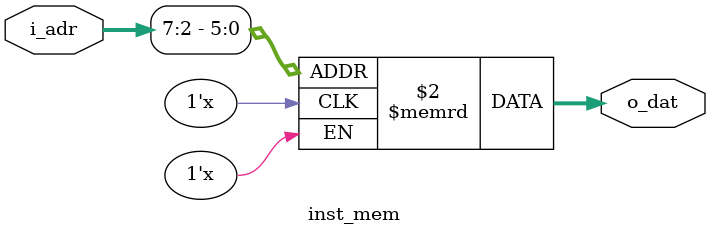
<source format=v>
module inst_mem(i_adr, o_dat);

	input 	[31:0]	i_adr;
	output	[31:0]	o_dat;
	
	reg 		[31:0]	rom [0:63];
	reg 		[31:0]	o_dat;

	initial begin
		//$readmemh("seq2_swlw.mem",rom, 0, 63);
		//$readmemh("lab08_seq1.mem",rom, 0, 63);
		//$readmemh("lab08_seq2.mem",rom, 0, 63);
		//$readmemh("lab08_seq3.mem",rom, 0, 63);
		//$readmemh("lab08_seq4.mem",rom, 0, 63);
		//$readmemh("bubble_sort.mem",rom, 0, 63);
	end

	always @(i_adr) begin
		o_dat <= rom[i_adr[7:2]];
	end
	
	
endmodule

</source>
